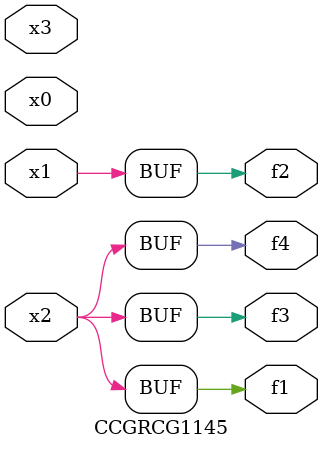
<source format=v>
module CCGRCG1145(
	input x0, x1, x2, x3,
	output f1, f2, f3, f4
);
	assign f1 = x2;
	assign f2 = x1;
	assign f3 = x2;
	assign f4 = x2;
endmodule

</source>
